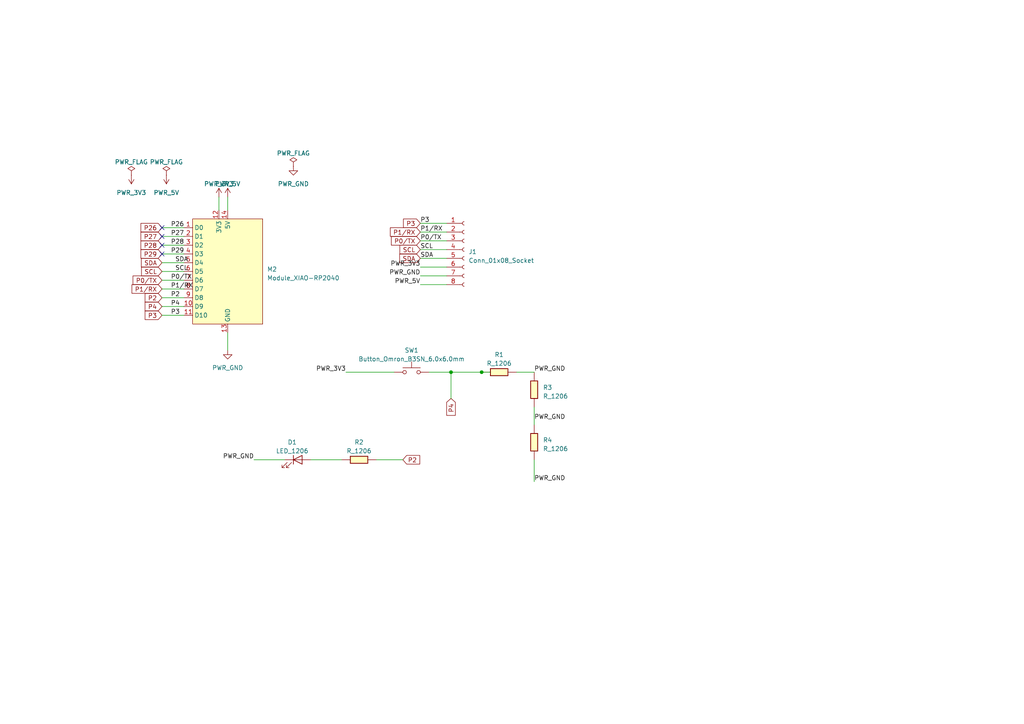
<source format=kicad_sch>
(kicad_sch (version 20230121) (generator eeschema)
  (paper "A4")
  (lib_symbols
    (symbol "Connector:Conn_01x08_Socket" (pin_names (offset 1.016) hide)
      (property "Reference" "J" (at 0 10.16 0))
      (property "Value" "Conn_01x08_Socket" (at 0 -12.7 0))
      (symbol "Conn_01x08_Socket_1_1"
        (arc (start 0 -9.652) (mid -0.5058 -10.16) (end 0 -10.668) (stroke (width 0.1524)))
        (arc (start 0 -7.112) (mid -0.5058 -7.62) (end 0 -8.128) (stroke (width 0.1524)))
        (arc (start 0 -4.572) (mid -0.5058 -5.08) (end 0 -5.588) (stroke (width 0.1524)))
        (arc (start 0 -2.032) (mid -0.5058 -2.54) (end 0 -3.048) (stroke (width 0.1524)))
        (polyline (pts (xy -1.27 -10.16) (xy -0.508 -10.16)) (stroke (width 0.1524)))
        (polyline (pts (xy -1.27 -7.62) (xy -0.508 -7.62)) (stroke (width 0.1524)))
        (polyline (pts (xy -1.27 -5.08) (xy -0.508 -5.08)) (stroke (width 0.1524)))
        (polyline (pts (xy -1.27 -2.54) (xy -0.508 -2.54)) (stroke (width 0.1524)))
        (polyline (pts (xy -1.27 0) (xy -0.508 0)) (stroke (width 0.1524)))
        (polyline (pts (xy -1.27 2.54) (xy -0.508 2.54)) (stroke (width 0.1524)))
        (polyline (pts (xy -1.27 5.08) (xy -0.508 5.08)) (stroke (width 0.1524)))
        (polyline (pts (xy -1.27 7.62) (xy -0.508 7.62)) (stroke (width 0.1524)))
        (arc (start 0 0.508) (mid -0.5058 0) (end 0 -0.508) (stroke (width 0.1524)))
        (arc (start 0 3.048) (mid -0.5058 2.54) (end 0 2.032) (stroke (width 0.1524)))
        (arc (start 0 5.588) (mid -0.5058 5.08) (end 0 4.572) (stroke (width 0.1524)))
        (arc (start 0 8.128) (mid -0.5058 7.62) (end 0 7.112) (stroke (width 0.1524)))
        (pin passive line (at -5.08 7.62 0) (length 3.81) (name "Pin_1") (number "1"))
        (pin passive line (at -5.08 5.08 0) (length 3.81) (name "Pin_2") (number "2"))
        (pin passive line (at -5.08 2.54 0) (length 3.81) (name "Pin_3") (number "3"))
        (pin passive line (at -5.08 0 0) (length 3.81) (name "Pin_4") (number "4"))
        (pin passive line (at -5.08 -2.54 0) (length 3.81) (name "Pin_5") (number "5"))
        (pin passive line (at -5.08 -5.08 0) (length 3.81) (name "Pin_6") (number "6"))
        (pin passive line (at -5.08 -7.62 0) (length 3.81) (name "Pin_7") (number "7"))
        (pin passive line (at -5.08 -10.16 0) (length 3.81) (name "Pin_8") (number "8"))
      )
    )
    (symbol "fab:Button_Omron_B3SN_6.0x6.0mm" (pin_numbers hide) (pin_names (offset 1.016) hide)
      (property "Reference" "SW" (at 1.27 2.54 0))
      (property "Value" "Button_Omron_B3SN_6.0x6.0mm" (at 0 -1.524 0))
      (symbol "Button_Omron_B3SN_6.0x6.0mm_0_1"
        (circle (center -2.032 0) (radius 0.508))
        (polyline (pts (xy 0 1.27) (xy 0 3.048)))
        (polyline (pts (xy 2.54 1.27) (xy -2.54 1.27)))
        (circle (center 2.032 0) (radius 0.508))
        (pin passive line (at -5.08 0 0) (length 2.54) (name "1") (number "1"))
        (pin passive line (at 5.08 0 180) (length 2.54) (name "2") (number "2"))
      )
    )
    (symbol "fab:LED_1206" (pin_numbers hide) (pin_names (offset 1.016) hide)
      (property "Reference" "D" (at 0 2.54 0))
      (property "Value" "LED_1206" (at 0 -2.54 0))
      (symbol "LED_1206_0_1"
        (polyline (pts (xy -1.27 -1.27) (xy -1.27 1.27)) (stroke (width 0.2032)))
        (polyline (pts (xy -1.27 0) (xy 1.27 0)))
        (polyline (pts (xy 1.27 -1.27) (xy 1.27 1.27) (xy -1.27 0) (xy 1.27 -1.27)) (stroke (width 0.2032)))
        (polyline (pts (xy -3.048 -0.762) (xy -4.572 -2.286) (xy -3.81 -2.286) (xy -4.572 -2.286) (xy -4.572 -1.524)))
        (polyline (pts (xy -1.778 -0.762) (xy -3.302 -2.286) (xy -2.54 -2.286) (xy -3.302 -2.286) (xy -3.302 -1.524)))
      )
      (symbol "LED_1206_1_1"
        (pin passive line (at -3.81 0 0) (length 2.54) (name "K") (number "1"))
        (pin passive line (at 3.81 0 180) (length 2.54) (name "A") (number "2"))
      )
    )
    (symbol "fab:Module_XIAO-RP2040_SocketSMD"
      (property "Reference" "M" (at 0 0 0))
      (property "Value" "Module_XIAO-RP2040_SocketSMD" (at 0 2.54 0))
      (symbol "Module_XIAO-RP2040_SocketSMD_0_1"
        (rectangle (start -10.16 15.24) (end 10.16 -15.24) (fill (type background)))
      )
      (symbol "Module_XIAO-RP2040_SocketSMD_1_1"
        (pin bidirectional line (at -12.7 12.7 0) (length 2.54) (name "D0") (number "1"))
        (pin bidirectional line (at -12.7 -10.16 0) (length 2.54) (name "D9") (number "10"))
        (pin bidirectional line (at -12.7 -12.7 0) (length 2.54) (name "D10") (number "11"))
        (pin power_in line (at -2.54 17.78 270) (length 2.54) (name "3V3") (number "12"))
        (pin power_in line (at 0 -17.78 90) (length 2.54) (name "GND") (number "13"))
        (pin power_in line (at 0 17.78 270) (length 2.54) (name "5V") (number "14"))
        (pin bidirectional line (at -12.7 10.16 0) (length 2.54) (name "D1") (number "2"))
        (pin bidirectional line (at -12.7 7.62 0) (length 2.54) (name "D2") (number "3"))
        (pin bidirectional line (at -12.7 5.08 0) (length 2.54) (name "D3") (number "4"))
        (pin bidirectional line (at -12.7 2.54 0) (length 2.54) (name "D4") (number "5"))
        (pin bidirectional line (at -12.7 0 0) (length 2.54) (name "D5") (number "6"))
        (pin bidirectional line (at -12.7 -2.54 0) (length 2.54) (name "D6") (number "7"))
        (pin bidirectional line (at -12.7 -5.08 0) (length 2.54) (name "D7") (number "8"))
        (pin bidirectional line (at -12.7 -7.62 0) (length 2.54) (name "D8") (number "9"))
      )
    )
    (symbol "fab:PWR_3V3" (power) (pin_names (offset 0))
      (property "Value" "PWR_3V3" (at 0 3.556 0))
      (symbol "PWR_3V3_0_1"
        (polyline (pts (xy -0.762 1.27) (xy 0 2.54)))
        (polyline (pts (xy 0 0) (xy 0 2.54)))
        (polyline (pts (xy 0 2.54) (xy 0.762 1.27)))
      )
      (symbol "PWR_3V3_1_1"
        (pin power_in line (at 0 0 90) (length 0) hide (name "PWR_3V3") (number "1"))
      )
    )
    (symbol "fab:PWR_5V" (power) (pin_names (offset 0))
      (property "Value" "PWR_5V" (at 0 3.556 0))
      (symbol "PWR_5V_0_1"
        (polyline (pts (xy -0.762 1.27) (xy 0 2.54)))
        (polyline (pts (xy 0 0) (xy 0 2.54)))
        (polyline (pts (xy 0 2.54) (xy 0.762 1.27)))
      )
      (symbol "PWR_5V_1_1"
        (pin power_in line (at 0 0 90) (length 0) hide (name "PWR_5V") (number "1"))
      )
    )
    (symbol "fab:PWR_FLAG" (power) (pin_numbers hide) (pin_names (offset 0) hide)
      (property "Value" "PWR_FLAG" (at 0 3.81 0))
      (symbol "PWR_FLAG_0_0"
        (pin power_out line (at 0 0 90) (length 0) (name "PWR_FLAG") (number "1"))
      )
      (symbol "PWR_FLAG_0_1"
        (polyline (pts (xy 0 0) (xy 0 1.27) (xy -1.016 1.905) (xy 0 2.54) (xy 1.016 1.905) (xy 0 1.27)))
      )
    )
    (symbol "fab:PWR_GND" (power) (pin_names (offset 0))
      (property "Value" "PWR_GND" (at 0 -3.81 0))
      (symbol "PWR_GND_0_1"
        (polyline (pts (xy 0 0) (xy 0 -1.27) (xy 1.27 -1.27) (xy 0 -2.54) (xy -1.27 -1.27) (xy 0 -1.27)))
      )
      (symbol "PWR_GND_1_1"
        (pin power_in line (at 0 0 270) (length 0) hide (name "PWR_GND") (number "1"))
      )
    )
    (symbol "fab:R_1206" (pin_numbers hide) (pin_names (offset 0))
      (property "Reference" "R" (at 2.54 0 90))
      (property "Value" "R_1206" (at -2.54 0 90))
      (symbol "R_1206_0_1"
        (rectangle (start -1.016 -2.54) (end 1.016 2.54) (stroke (width 0.254)) (fill (type background)))
      )
      (symbol "R_1206_1_1"
        (pin passive line (at 0 5.08 270) (length 2.54) (name "~") (number "1"))
        (pin passive line (at 0 -5.08 90) (length 2.54) (name "~") (number "2"))
      )
    )
  )
  (junction (at 130.81 107.95))
  (junction (at 139.7 107.95))
  (no_connect (at 46.99 68.58))
  (no_connect (at 46.99 71.12))
  (no_connect (at 46.99 66.04))
  (no_connect (at 46.99 73.66))
  (wire (pts (xy 121.92 69.85) (xy 129.54 69.85)))
  (wire (pts (xy 66.04 96.52) (xy 66.04 101.6)))
  (wire (pts (xy 46.99 91.44) (xy 53.34 91.44)))
  (wire (pts (xy 121.92 72.39) (xy 129.54 72.39)))
  (wire (pts (xy 109.22 133.35) (xy 116.84 133.35)))
  (wire (pts (xy 46.99 86.36) (xy 53.34 86.36)))
  (wire (pts (xy 46.99 68.58) (xy 53.34 68.58)))
  (wire (pts (xy 66.04 57.15) (xy 66.04 60.96)))
  (wire (pts (xy 46.99 66.04) (xy 53.34 66.04)))
  (wire (pts (xy 139.7 107.95) (xy 142.24 107.95)))
  (wire (pts (xy 154.94 133.35) (xy 154.94 139.7)))
  (wire (pts (xy 46.99 81.28) (xy 53.34 81.28)))
  (wire (pts (xy 121.92 74.93) (xy 129.54 74.93)))
  (wire (pts (xy 90.17 133.35) (xy 99.06 133.35)))
  (wire (pts (xy 121.92 82.55) (xy 129.54 82.55)))
  (wire (pts (xy 46.99 78.74) (xy 53.34 78.74)))
  (wire (pts (xy 130.81 107.95) (xy 139.7 107.95)))
  (wire (pts (xy 46.99 73.66) (xy 53.34 73.66)))
  (wire (pts (xy 46.99 76.2) (xy 53.34 76.2)))
  (wire (pts (xy 46.99 83.82) (xy 53.34 83.82)))
  (wire (pts (xy 46.99 71.12) (xy 53.34 71.12)))
  (wire (pts (xy 100.33 107.95) (xy 114.3 107.95)))
  (wire (pts (xy 130.81 107.95) (xy 130.81 115.57)))
  (wire (pts (xy 121.92 80.01) (xy 129.54 80.01)))
  (wire (pts (xy 63.5 57.15) (xy 63.5 60.96)))
  (wire (pts (xy 73.66 133.35) (xy 82.55 133.35)))
  (wire (pts (xy 121.92 64.77) (xy 129.54 64.77)))
  (wire (pts (xy 121.92 67.31) (xy 129.54 67.31)))
  (wire (pts (xy 121.92 77.47) (xy 129.54 77.47)))
  (wire (pts (xy 46.99 88.9) (xy 53.34 88.9)))
  (wire (pts (xy 149.86 107.95) (xy 154.94 107.95)))
  (wire (pts (xy 154.94 118.11) (xy 154.94 123.19)))
  (wire (pts (xy 124.46 107.95) (xy 130.81 107.95)))
  (label "PWR_GND" (at 73.66 133.35 180))
  (label "PWR_3V3" (at 100.33 107.95 180))
  (label "PWR_5V" (at 121.92 82.55 180))
  (label "PWR_GND" (at 154.94 139.7 0))
  (label "P1{slash}RX" (at 49.53 83.82 0))
  (label "P3" (at 121.92 64.77 0))
  (label "P26" (at 49.53 66.04 0))
  (label "SDA" (at 50.8 76.2 0))
  (label "P4" (at 49.53 88.9 0))
  (label "PWR_GND" (at 121.92 80.01 180))
  (label "PWR_GND" (at 154.94 107.95 0))
  (label "SCL" (at 50.8 78.74 0))
  (label "P0{slash}TX" (at 49.53 81.28 0))
  (label "P2" (at 49.53 86.36 0))
  (label "P27" (at 49.53 68.58 0))
  (label "PWR_3V3" (at 121.92 77.47 180))
  (label "SCL" (at 121.92 72.39 0))
  (label "SDA" (at 121.92 74.93 0))
  (label "P3" (at 49.53 91.44 0))
  (label "P28" (at 49.53 71.12 0))
  (label "PWR_GND" (at 154.94 121.92 0))
  (label "P0{slash}TX" (at 121.92 69.85 0))
  (label "P29" (at 49.53 73.66 0))
  (label "P1{slash}RX" (at 121.92 67.31 0))
  (global_label "P0{slash}TX" (shape input) (at 46.99 81.28 180) (property "Intersheetrefs" "${INTERSHEET_REFS}" (effects hide)))
  (global_label "P4" (shape input) (at 46.99 88.9 180) (property "Intersheetrefs" "${INTERSHEET_REFS}" (effects hide)))
  (global_label "SDA" (shape input) (at 121.92 74.93 180) (property "Intersheetrefs" "${INTERSHEET_REFS}" (effects hide)))
  (global_label "P2" (shape input) (at 46.99 86.36 180) (property "Intersheetrefs" "${INTERSHEET_REFS}" (effects hide)))
  (global_label "P0{slash}TX" (shape input) (at 121.92 69.85 180) (property "Intersheetrefs" "${INTERSHEET_REFS}" (effects hide)))
  (global_label "P28" (shape input) (at 46.99 71.12 180) (property "Intersheetrefs" "${INTERSHEET_REFS}" (effects hide)))
  (global_label "SCL" (shape input) (at 121.92 72.39 180) (property "Intersheetrefs" "${INTERSHEET_REFS}" (effects hide)))
  (global_label "P29" (shape input) (at 46.99 73.66 180) (property "Intersheetrefs" "${INTERSHEET_REFS}" (effects hide)))
  (global_label "P4" (shape input) (at 130.81 115.57 270) (property "Intersheetrefs" "${INTERSHEET_REFS}" (effects hide)))
  (global_label "SCL" (shape input) (at 46.99 78.74 180) (property "Intersheetrefs" "${INTERSHEET_REFS}" (effects hide)))
  (global_label "P3" (shape input) (at 121.92 64.77 180) (property "Intersheetrefs" "${INTERSHEET_REFS}" (effects hide)))
  (global_label "P1{slash}RX" (shape input) (at 46.99 83.82 180) (property "Intersheetrefs" "${INTERSHEET_REFS}" (effects hide)))
  (global_label "P1{slash}RX" (shape input) (at 121.92 67.31 180) (property "Intersheetrefs" "${INTERSHEET_REFS}" (effects hide)))
  (global_label "P27" (shape input) (at 46.99 68.58 180) (property "Intersheetrefs" "${INTERSHEET_REFS}" (effects hide)))
  (global_label "P2" (shape input) (at 116.84 133.35 0) (property "Intersheetrefs" "${INTERSHEET_REFS}" (effects hide)))
  (global_label "P3" (shape input) (at 46.99 91.44 180) (property "Intersheetrefs" "${INTERSHEET_REFS}" (effects hide)))
  (global_label "SDA" (shape input) (at 46.99 76.2 180) (property "Intersheetrefs" "${INTERSHEET_REFS}" (effects hide)))
  (global_label "P26" (shape input) (at 46.99 66.04 180) (property "Intersheetrefs" "${INTERSHEET_REFS}" (effects hide)))
  (symbol (lib_id "fab:LED_1206") (at 86.36 133.35 0) (unit 1)
    (property "Reference" "D1" (at 84.7598 128.27 0))
    (property "Value" "LED_1206" (at 84.7598 130.81 0))
    (property "Footprint" "fab:LED_1206" (effects hide))
    (property "Datasheet" "https://optoelectronics.liteon.com/upload/download/DS-22-98-0002/LTST-C150CKT.pdf" (effects hide))
  )
  (symbol (lib_id "Connector:Conn_01x08_Socket") (at 134.62 72.39 0) (unit 1)
    (property "Reference" "J1" (at 135.89 73.025 0) (effects (justify left)))
    (property "Value" "Conn_01x08_Socket" (at 135.89 75.565 0) (effects (justify left)))
    (property "Footprint" "Connector_PinSocket_2.54mm:PinSocket_1x08_P2.54mm_Horizontal" (effects hide))
  )
  (symbol (lib_id "fab:PWR_FLAG") (at 38.1 50.8 0) (unit 1)
    (property "Reference" "#FLG01" (effects hide))
    (property "Value" "PWR_FLAG" (at 38.1 46.99 0))
  )
  (symbol (lib_id "fab:PWR_FLAG") (at 48.26 50.8 0) (unit 1)
    (property "Reference" "#FLG03" (effects hide))
    (property "Value" "PWR_FLAG" (at 48.26 46.99 0))
  )
  (symbol (lib_id "fab:Module_XIAO-RP2040_SocketSMD") (at 66.04 78.74 0) (unit 1)
    (property "Reference" "M2" (at 77.47 78.105 0) (effects (justify left)))
    (property "Value" "Module_XIAO-RP2040" (at 77.47 80.645 0) (effects (justify left)))
    (property "Footprint" "fab:SeedStudio_XIAO" (effects hide))
    (property "Datasheet" "https://wiki.seeedstudio.com/XIAO-RP2040/" (effects hide))
  )
  (symbol (lib_id "fab:R_1206") (at 104.14 133.35 90) (unit 1)
    (property "Reference" "R2" (at 104.14 128.27 90))
    (property "Value" "R_1206" (at 104.14 130.81 90))
    (property "Footprint" "fab:R_1206" (effects hide))
  )
  (symbol (lib_id "fab:PWR_FLAG") (at 85.09 48.26 0) (unit 1)
    (property "Reference" "#FLG02" (effects hide))
    (property "Value" "PWR_FLAG" (at 85.09 44.45 0))
  )
  (symbol (lib_id "fab:R_1206") (at 154.94 128.27 0) (unit 1)
    (property "Reference" "R4" (at 157.48 127.635 0) (effects (justify left)))
    (property "Value" "R_1206" (at 157.48 130.175 0) (effects (justify left)))
    (property "Footprint" "fab:R_1206" (effects hide))
  )
  (symbol (lib_id "fab:PWR_GND") (at 85.09 48.26 0) (unit 1)
    (property "Reference" "#PWR02" (effects hide))
    (property "Value" "PWR_GND" (at 85.09 53.34 0))
  )
  (symbol (lib_id "fab:PWR_5V") (at 66.04 57.15 0) (unit 1)
    (property "Reference" "#PWR05" (effects hide))
    (property "Value" "PWR_5V" (at 66.04 53.34 0))
  )
  (symbol (lib_id "fab:PWR_5V") (at 48.26 50.8 180) (unit 1)
    (property "Reference" "#PWR04" (effects hide))
    (property "Value" "PWR_5V" (at 48.26 55.88 0))
  )
  (symbol (lib_id "fab:Button_Omron_B3SN_6.0x6.0mm") (at 119.38 107.95 0) (unit 1)
    (property "Reference" "SW1" (at 119.38 101.6 0))
    (property "Value" "Button_Omron_B3SN_6.0x6.0mm" (at 119.38 104.14 0))
    (property "Footprint" "fab:Button_Omron_B3SN_6.0x6.0mm" (effects hide))
    (property "Datasheet" "https://omronfs.omron.com/en_US/ecb/products/pdf/en-b3sn.pdf" (effects hide))
  )
  (symbol (lib_id "fab:PWR_3V3") (at 38.1 50.8 180) (unit 1)
    (property "Reference" "#PWR01" (effects hide))
    (property "Value" "PWR_3V3" (at 38.1 55.88 0))
  )
  (symbol (lib_id "fab:R_1206") (at 144.78 107.95 270) (unit 1)
    (property "Reference" "R1" (at 144.78 102.87 90))
    (property "Value" "R_1206" (at 144.78 105.41 90))
    (property "Footprint" "fab:R_1206" (effects hide))
  )
  (symbol (lib_id "fab:PWR_3V3") (at 63.5 57.15 0) (unit 1)
    (property "Reference" "#PWR03" (effects hide))
    (property "Value" "PWR_3V3" (at 63.5 53.34 0))
  )
  (symbol (lib_id "fab:R_1206") (at 154.94 113.03 0) (unit 1)
    (property "Reference" "R3" (at 157.48 112.395 0) (effects (justify left)))
    (property "Value" "R_1206" (at 157.48 114.935 0) (effects (justify left)))
    (property "Footprint" "fab:R_1206" (effects hide))
  )
  (symbol (lib_id "fab:PWR_GND") (at 66.04 101.6 0) (unit 1)
    (property "Reference" "#PWR06" (effects hide))
    (property "Value" "PWR_GND" (at 66.04 106.68 0))
  )
)
</source>
